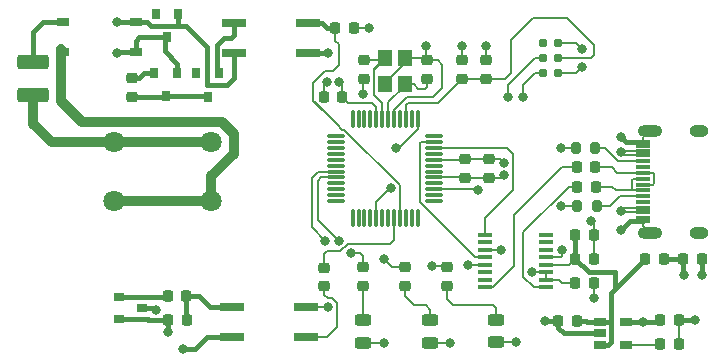
<source format=gtl>
G04 #@! TF.GenerationSoftware,KiCad,Pcbnew,6.0.2+dfsg-1*
G04 #@! TF.CreationDate,2022-10-14T13:44:04+02:00*
G04 #@! TF.ProjectId,DALI_USB,44414c49-5f55-4534-922e-6b696361645f,rev?*
G04 #@! TF.SameCoordinates,Original*
G04 #@! TF.FileFunction,Copper,L1,Top*
G04 #@! TF.FilePolarity,Positive*
%FSLAX46Y46*%
G04 Gerber Fmt 4.6, Leading zero omitted, Abs format (unit mm)*
G04 Created by KiCad (PCBNEW 6.0.2+dfsg-1) date 2022-10-14 13:44:04*
%MOMM*%
%LPD*%
G01*
G04 APERTURE LIST*
G04 Aperture macros list*
%AMRoundRect*
0 Rectangle with rounded corners*
0 $1 Rounding radius*
0 $2 $3 $4 $5 $6 $7 $8 $9 X,Y pos of 4 corners*
0 Add a 4 corners polygon primitive as box body*
4,1,4,$2,$3,$4,$5,$6,$7,$8,$9,$2,$3,0*
0 Add four circle primitives for the rounded corners*
1,1,$1+$1,$2,$3*
1,1,$1+$1,$4,$5*
1,1,$1+$1,$6,$7*
1,1,$1+$1,$8,$9*
0 Add four rect primitives between the rounded corners*
20,1,$1+$1,$2,$3,$4,$5,0*
20,1,$1+$1,$4,$5,$6,$7,0*
20,1,$1+$1,$6,$7,$8,$9,0*
20,1,$1+$1,$8,$9,$2,$3,0*%
G04 Aperture macros list end*
G04 #@! TA.AperFunction,SMDPad,CuDef*
%ADD10RoundRect,0.218750X-0.218750X-0.256250X0.218750X-0.256250X0.218750X0.256250X-0.218750X0.256250X0*%
G04 #@! TD*
G04 #@! TA.AperFunction,SMDPad,CuDef*
%ADD11RoundRect,0.218750X-0.256250X0.218750X-0.256250X-0.218750X0.256250X-0.218750X0.256250X0.218750X0*%
G04 #@! TD*
G04 #@! TA.AperFunction,SMDPad,CuDef*
%ADD12RoundRect,0.218750X0.256250X-0.218750X0.256250X0.218750X-0.256250X0.218750X-0.256250X-0.218750X0*%
G04 #@! TD*
G04 #@! TA.AperFunction,SMDPad,CuDef*
%ADD13RoundRect,0.218750X0.218750X0.256250X-0.218750X0.256250X-0.218750X-0.256250X0.218750X-0.256250X0*%
G04 #@! TD*
G04 #@! TA.AperFunction,SMDPad,CuDef*
%ADD14R,0.800000X0.900000*%
G04 #@! TD*
G04 #@! TA.AperFunction,SMDPad,CuDef*
%ADD15R,1.000000X0.800000*%
G04 #@! TD*
G04 #@! TA.AperFunction,SMDPad,CuDef*
%ADD16R,1.060000X0.650000*%
G04 #@! TD*
G04 #@! TA.AperFunction,SMDPad,CuDef*
%ADD17R,2.000000X0.640000*%
G04 #@! TD*
G04 #@! TA.AperFunction,SMDPad,CuDef*
%ADD18R,1.200000X0.400000*%
G04 #@! TD*
G04 #@! TA.AperFunction,SMDPad,CuDef*
%ADD19RoundRect,0.250000X-1.075000X0.375000X-1.075000X-0.375000X1.075000X-0.375000X1.075000X0.375000X0*%
G04 #@! TD*
G04 #@! TA.AperFunction,ConnectorPad*
%ADD20C,0.787400*%
G04 #@! TD*
G04 #@! TA.AperFunction,ComponentPad*
%ADD21C,1.803400*%
G04 #@! TD*
G04 #@! TA.AperFunction,SMDPad,CuDef*
%ADD22R,0.900000X0.800000*%
G04 #@! TD*
G04 #@! TA.AperFunction,SMDPad,CuDef*
%ADD23R,1.200000X1.400000*%
G04 #@! TD*
G04 #@! TA.AperFunction,SMDPad,CuDef*
%ADD24RoundRect,0.243750X0.456250X-0.243750X0.456250X0.243750X-0.456250X0.243750X-0.456250X-0.243750X0*%
G04 #@! TD*
G04 #@! TA.AperFunction,SMDPad,CuDef*
%ADD25RoundRect,0.075000X-0.075000X0.662500X-0.075000X-0.662500X0.075000X-0.662500X0.075000X0.662500X0*%
G04 #@! TD*
G04 #@! TA.AperFunction,SMDPad,CuDef*
%ADD26RoundRect,0.075000X-0.662500X0.075000X-0.662500X-0.075000X0.662500X-0.075000X0.662500X0.075000X0*%
G04 #@! TD*
G04 #@! TA.AperFunction,SMDPad,CuDef*
%ADD27R,1.150000X0.300000*%
G04 #@! TD*
G04 #@! TA.AperFunction,ComponentPad*
%ADD28O,1.600000X1.000000*%
G04 #@! TD*
G04 #@! TA.AperFunction,ComponentPad*
%ADD29O,2.100000X1.000000*%
G04 #@! TD*
G04 #@! TA.AperFunction,SMDPad,CuDef*
%ADD30RoundRect,0.200000X0.200000X0.275000X-0.200000X0.275000X-0.200000X-0.275000X0.200000X-0.275000X0*%
G04 #@! TD*
G04 #@! TA.AperFunction,SMDPad,CuDef*
%ADD31RoundRect,0.200000X-0.200000X-0.275000X0.200000X-0.275000X0.200000X0.275000X-0.200000X0.275000X0*%
G04 #@! TD*
G04 #@! TA.AperFunction,ViaPad*
%ADD32C,0.800000*%
G04 #@! TD*
G04 #@! TA.AperFunction,Conductor*
%ADD33C,0.406400*%
G04 #@! TD*
G04 #@! TA.AperFunction,Conductor*
%ADD34C,0.203200*%
G04 #@! TD*
G04 #@! TA.AperFunction,Conductor*
%ADD35C,0.812800*%
G04 #@! TD*
G04 APERTURE END LIST*
D10*
X144424400Y-86902193D03*
X145999400Y-86902193D03*
X144424400Y-84870193D03*
X145999400Y-84870193D03*
D11*
X129946400Y-71221400D03*
X129946400Y-72796400D03*
D12*
X124690400Y-64439900D03*
X124690400Y-62864900D03*
D11*
X119356400Y-62864900D03*
X119356400Y-64439900D03*
D13*
X117525900Y-65938400D03*
X115950900Y-65938400D03*
D12*
X129692400Y-64439900D03*
X129692400Y-62864900D03*
D10*
X137261400Y-77622400D03*
X138836400Y-77622400D03*
X137261400Y-79654400D03*
X138836400Y-79654400D03*
X146405400Y-79654400D03*
X147980400Y-79654400D03*
D14*
X101757400Y-58903400D03*
X102707400Y-60903400D03*
X103657400Y-58903400D03*
D15*
X100028400Y-62128400D03*
X100028400Y-59588400D03*
X93878400Y-59588400D03*
X93878400Y-62128400D03*
D10*
X143154400Y-79654400D03*
X144729400Y-79654400D03*
D12*
X119278400Y-81965900D03*
X119278400Y-80390900D03*
X122834400Y-81940400D03*
X122834400Y-80365400D03*
D13*
X118516400Y-60096400D03*
X116941400Y-60096400D03*
D11*
X99720400Y-64363400D03*
X99720400Y-65938400D03*
D10*
X137413900Y-73558400D03*
X138988900Y-73558400D03*
X137388400Y-71907400D03*
X138963400Y-71907400D03*
D16*
X139324244Y-85042355D03*
X139324244Y-85992355D03*
X139324244Y-86942355D03*
X141524244Y-86942355D03*
X141524244Y-85042355D03*
D17*
X108356400Y-59715400D03*
X108356400Y-62255400D03*
X114656400Y-62255400D03*
X114656400Y-59715400D03*
D18*
X129572400Y-77622400D03*
X129572400Y-78257400D03*
X129572400Y-78892400D03*
X129572400Y-79527400D03*
X129572400Y-80162400D03*
X129572400Y-80797400D03*
X129572400Y-81432400D03*
X129572400Y-82067400D03*
X134772400Y-82067400D03*
X134772400Y-81432400D03*
X134772400Y-80797400D03*
X134772400Y-80162400D03*
X134772400Y-79527400D03*
X134772400Y-78892400D03*
X134772400Y-78257400D03*
X134772400Y-77622400D03*
D19*
X91338400Y-63017400D03*
X91338400Y-65817400D03*
D14*
X103530400Y-63906400D03*
X101630400Y-63906400D03*
X102580400Y-65906400D03*
D20*
X135788400Y-63906400D03*
X134518400Y-63906400D03*
X135788400Y-62636400D03*
X134518400Y-62636400D03*
X135788400Y-61366400D03*
X134518400Y-61366400D03*
D12*
X126390400Y-81940400D03*
X126390400Y-80365400D03*
D11*
X127660400Y-62864900D03*
X127660400Y-64439900D03*
D10*
X137261400Y-81686400D03*
X138836400Y-81686400D03*
D13*
X137376244Y-84976355D03*
X135801244Y-84976355D03*
D11*
X127914400Y-71221400D03*
X127914400Y-72796400D03*
D14*
X105181400Y-63938400D03*
X106131400Y-65938400D03*
X107081400Y-63938400D03*
D12*
X115976400Y-81991400D03*
X115976400Y-80416400D03*
D17*
X114452400Y-86258400D03*
X114452400Y-83718400D03*
X108152400Y-83718400D03*
X108152400Y-86258400D03*
D21*
X106421600Y-69804403D03*
X98221601Y-69804403D03*
X106421600Y-74804403D03*
X98221601Y-74804403D03*
D22*
X98593400Y-82895400D03*
X98593400Y-84795400D03*
X100593400Y-83845400D03*
D13*
X104343400Y-84861400D03*
X102768400Y-84861400D03*
D10*
X102742900Y-82829400D03*
X104317900Y-82829400D03*
D23*
X122834400Y-64896900D03*
X122834400Y-62696900D03*
X121134400Y-62696900D03*
X121134400Y-64896900D03*
D24*
X124993400Y-86766400D03*
X124993400Y-84891400D03*
X119278400Y-86766400D03*
X119278400Y-84891400D03*
D25*
X123904900Y-67867900D03*
X123404900Y-67867900D03*
X122904900Y-67867900D03*
X122404900Y-67867900D03*
X121904900Y-67867900D03*
X121404900Y-67867900D03*
X120904900Y-67867900D03*
X120404900Y-67867900D03*
X119904900Y-67867900D03*
X119404900Y-67867900D03*
X118904900Y-67867900D03*
X118404900Y-67867900D03*
D26*
X116992400Y-69280400D03*
X116992400Y-69780400D03*
X116992400Y-70280400D03*
X116992400Y-70780400D03*
X116992400Y-71280400D03*
X116992400Y-71780400D03*
X116992400Y-72280400D03*
X116992400Y-72780400D03*
X116992400Y-73280400D03*
X116992400Y-73780400D03*
X116992400Y-74280400D03*
X116992400Y-74780400D03*
D25*
X118404900Y-76192900D03*
X118904900Y-76192900D03*
X119404900Y-76192900D03*
X119904900Y-76192900D03*
X120404900Y-76192900D03*
X120904900Y-76192900D03*
X121404900Y-76192900D03*
X121904900Y-76192900D03*
X122404900Y-76192900D03*
X122904900Y-76192900D03*
X123404900Y-76192900D03*
X123904900Y-76192900D03*
D26*
X125317400Y-74780400D03*
X125317400Y-74280400D03*
X125317400Y-73780400D03*
X125317400Y-73280400D03*
X125317400Y-72780400D03*
X125317400Y-72280400D03*
X125317400Y-71780400D03*
X125317400Y-71280400D03*
X125317400Y-70780400D03*
X125317400Y-70280400D03*
X125317400Y-69780400D03*
X125317400Y-69280400D03*
D27*
X142995400Y-76480400D03*
X142995400Y-75680400D03*
X142995400Y-74380400D03*
X142995400Y-73380400D03*
X142995400Y-72880400D03*
X142995400Y-71880400D03*
X142995400Y-70580400D03*
X142995400Y-69780400D03*
X142995400Y-70080400D03*
X142995400Y-70880400D03*
X142995400Y-71380400D03*
X142995400Y-72380400D03*
X142995400Y-73880400D03*
X142995400Y-74880400D03*
X142995400Y-75380400D03*
X142995400Y-76180400D03*
D28*
X147740400Y-77450400D03*
X147740400Y-68810400D03*
D29*
X143560400Y-68810400D03*
X143560400Y-77450400D03*
D24*
X130581400Y-86736400D03*
X130581400Y-84861400D03*
D30*
X139090400Y-75209400D03*
X137440400Y-75209400D03*
D31*
X137313400Y-70256400D03*
X138963400Y-70256400D03*
D32*
X134709244Y-84976355D03*
X138582400Y-76479400D03*
X147980400Y-81051400D03*
X116357400Y-62255400D03*
X136169400Y-78892400D03*
X121056400Y-86766400D03*
X131216400Y-72542400D03*
X116230400Y-64668400D03*
X119278400Y-65684400D03*
X141122400Y-77241400D03*
X136042400Y-70256400D03*
X137820400Y-61874400D03*
X136042400Y-75209400D03*
X126644400Y-86766400D03*
X132232400Y-86715600D03*
X138836400Y-82956400D03*
X124612400Y-61620400D03*
X129692400Y-61620400D03*
X128168400Y-80162400D03*
X116357400Y-83718400D03*
X147370900Y-84870193D03*
X141122400Y-69367400D03*
X131216400Y-71526400D03*
X127660400Y-61620400D03*
X117246400Y-64668400D03*
X119786400Y-60096400D03*
X137820400Y-63398400D03*
X143027400Y-84988400D03*
X141122400Y-75590400D03*
X146456400Y-81051400D03*
X141122400Y-70637400D03*
X133629400Y-80797400D03*
X130962400Y-78892400D03*
X98450400Y-59588400D03*
X102768400Y-85877400D03*
X98450400Y-62255400D03*
X104038400Y-87274400D03*
X101752400Y-83972400D03*
X131597400Y-65938400D03*
X121626054Y-73636146D03*
X129057400Y-73812400D03*
X132867400Y-65938400D03*
X117246400Y-78130400D03*
X118262400Y-79146400D03*
X121056400Y-79654400D03*
X122072400Y-70256400D03*
X125120400Y-80289400D03*
X116103400Y-78130400D03*
D33*
X140207465Y-85042355D02*
X140256955Y-85091845D01*
D34*
X134772400Y-80162400D02*
X136753400Y-80162400D01*
D33*
X138189355Y-84976355D02*
X138255355Y-85042355D01*
X140256955Y-85091845D02*
X140256955Y-86720066D01*
X140034666Y-86942355D02*
X139324244Y-86942355D01*
X137376244Y-84976355D02*
X138189355Y-84976355D01*
X137261400Y-77622400D02*
X137261400Y-79654400D01*
X140256955Y-82551845D02*
X143154400Y-79654400D01*
X140256955Y-82551845D02*
X140256955Y-85091845D01*
X138255355Y-85042355D02*
X139324244Y-85042355D01*
X137261400Y-79654400D02*
X138404400Y-80797400D01*
D34*
X136753400Y-80162400D02*
X137261400Y-79654400D01*
D33*
X139324244Y-85042355D02*
X140207465Y-85042355D01*
X138404400Y-80797400D02*
X140614400Y-80797400D01*
X140614400Y-80797400D02*
X140614400Y-82194400D01*
X140256955Y-86720066D02*
X140034666Y-86942355D01*
D34*
X121134400Y-64796900D02*
X122834400Y-63096900D01*
X138836400Y-81686400D02*
X138836400Y-82956400D01*
X126009400Y-63271400D02*
X125602900Y-62864900D01*
X135788400Y-61366400D02*
X137312400Y-61366400D01*
X119278400Y-65684400D02*
X119278400Y-64517900D01*
X125602900Y-62864900D02*
X124690400Y-62864900D01*
D33*
X135801244Y-84976355D02*
X134709244Y-84976355D01*
D34*
X116230400Y-64668400D02*
X115950900Y-64947900D01*
X121904900Y-67867900D02*
X121904900Y-67060368D01*
X115950900Y-64947900D02*
X115950900Y-65938400D01*
X129946400Y-72796400D02*
X130962400Y-72796400D01*
D33*
X142995400Y-76480400D02*
X141883400Y-76480400D01*
X145999400Y-84870193D02*
X147370900Y-84870193D01*
D34*
X136042400Y-79527400D02*
X136169400Y-79400400D01*
X128168400Y-80162400D02*
X129572400Y-80162400D01*
X129692400Y-61620400D02*
X129692400Y-62864900D01*
X121904900Y-67060368D02*
X123026868Y-65938400D01*
X134772400Y-79527400D02*
X136042400Y-79527400D01*
X126009400Y-65176400D02*
X126009400Y-63271400D01*
D33*
X147980400Y-79654400D02*
X147980400Y-81051400D01*
X141883400Y-76480400D02*
X141122400Y-77241400D01*
D34*
X130962400Y-72796400D02*
X131216400Y-72542400D01*
X125247400Y-65938400D02*
X126009400Y-65176400D01*
X125317400Y-72780400D02*
X127898400Y-72780400D01*
D33*
X135801244Y-85509244D02*
X135801244Y-84976355D01*
D34*
X121134400Y-64896900D02*
X121134400Y-64796900D01*
X114452400Y-83718400D02*
X116357400Y-83718400D01*
D33*
X141535400Y-69780400D02*
X141122400Y-69367400D01*
D34*
X124612400Y-61620400D02*
X124612400Y-62786900D01*
X124993400Y-86766400D02*
X126644400Y-86766400D01*
X122834400Y-62696900D02*
X124522400Y-62696900D01*
X136169400Y-79400400D02*
X136169400Y-78892400D01*
X137312400Y-61366400D02*
X137820400Y-61874400D01*
X138836400Y-79654400D02*
X138836400Y-77622400D01*
X119278400Y-64517900D02*
X119356400Y-64439900D01*
X132211600Y-86736400D02*
X132232400Y-86715600D01*
X137313400Y-70256400D02*
X136042400Y-70256400D01*
D33*
X136284355Y-85992355D02*
X135801244Y-85509244D01*
D34*
X137440400Y-75209400D02*
X136042400Y-75209400D01*
X138836400Y-77622400D02*
X138836400Y-76733400D01*
X142995400Y-69375400D02*
X143560400Y-68810400D01*
X124522400Y-62696900D02*
X124690400Y-62864900D01*
X130581400Y-86736400D02*
X132211600Y-86736400D01*
X121056400Y-86766400D02*
X119278400Y-86766400D01*
X123026868Y-65938400D02*
X125247400Y-65938400D01*
X145999400Y-84870193D02*
X145999400Y-86902193D01*
X142995400Y-76885400D02*
X143560400Y-77450400D01*
X138836400Y-76733400D02*
X138582400Y-76479400D01*
X142995400Y-76480400D02*
X142995400Y-76885400D01*
X127898400Y-72780400D02*
X127914400Y-72796400D01*
X127914400Y-72796400D02*
X129946400Y-72796400D01*
D33*
X114656400Y-62255400D02*
X116357400Y-62255400D01*
D34*
X122834400Y-63096900D02*
X122834400Y-62696900D01*
D33*
X139324244Y-85992355D02*
X136284355Y-85992355D01*
X142995400Y-69780400D02*
X141535400Y-69780400D01*
D34*
X142995400Y-69780400D02*
X142995400Y-69375400D01*
D33*
X142973445Y-85042355D02*
X143027400Y-84988400D01*
D34*
X125317400Y-71280400D02*
X127855400Y-71280400D01*
X127660400Y-61620400D02*
X127660400Y-62864900D01*
X120404900Y-66810900D02*
X120040400Y-66446400D01*
X117525900Y-64947900D02*
X117525900Y-65938400D01*
D33*
X144306193Y-84988400D02*
X144424400Y-84870193D01*
D34*
X120404900Y-67867900D02*
X120404900Y-66810900D01*
X118516400Y-60096400D02*
X119786400Y-60096400D01*
D33*
X143027400Y-84988400D02*
X144306193Y-84988400D01*
D34*
X118033900Y-66446400D02*
X117525900Y-65938400D01*
X120040400Y-66446400D02*
X118033900Y-66446400D01*
X130911400Y-71221400D02*
X131216400Y-71526400D01*
X129946400Y-71221400D02*
X130911400Y-71221400D01*
X127914400Y-71221400D02*
X129946400Y-71221400D01*
X117246400Y-64668400D02*
X117525900Y-64947900D01*
X135788400Y-63906400D02*
X137312400Y-63906400D01*
X127855400Y-71280400D02*
X127914400Y-71221400D01*
D33*
X141524244Y-85042355D02*
X142973445Y-85042355D01*
D34*
X137312400Y-63906400D02*
X137820400Y-63398400D01*
X122904900Y-67867900D02*
X122904900Y-66629900D01*
X131851400Y-63906400D02*
X131317900Y-64439900D01*
X127660400Y-64439900D02*
X129692400Y-64439900D01*
X138836400Y-61566379D02*
X136520000Y-59249979D01*
X138582400Y-62636400D02*
X138836400Y-62382400D01*
X131317900Y-64439900D02*
X129692400Y-64439900D01*
X123088400Y-66446400D02*
X125653900Y-66446400D01*
X138836400Y-62382400D02*
X138836400Y-61566379D01*
X125653900Y-66446400D02*
X127660400Y-64439900D01*
X131851400Y-61112400D02*
X131851400Y-63906400D01*
X135788400Y-62636400D02*
X138582400Y-62636400D01*
X133713821Y-59249979D02*
X131851400Y-61112400D01*
X122904900Y-66629900D02*
X123088400Y-66446400D01*
X136520000Y-59249979D02*
X133713821Y-59249979D01*
X142995400Y-75680400D02*
X143331521Y-75344279D01*
X142995400Y-70880400D02*
X141365400Y-70880400D01*
X142995400Y-70580400D02*
X141179400Y-70580400D01*
D33*
X146405400Y-81000400D02*
X146456400Y-81051400D01*
D34*
X142995400Y-75380400D02*
X141332400Y-75380400D01*
X141212400Y-75680400D02*
X141122400Y-75590400D01*
D33*
X146405400Y-79654400D02*
X146405400Y-81000400D01*
X146405400Y-79654400D02*
X144729400Y-79654400D01*
D34*
X142995400Y-70580400D02*
X143331521Y-70916521D01*
X141332400Y-75380400D02*
X141122400Y-75590400D01*
X141179400Y-70580400D02*
X141122400Y-70637400D01*
X141365400Y-70880400D02*
X141122400Y-70637400D01*
X142995400Y-75680400D02*
X141212400Y-75680400D01*
X129572400Y-78892400D02*
X130962400Y-78892400D01*
X135915400Y-81432400D02*
X136169400Y-81686400D01*
X134772400Y-81432400D02*
X135915400Y-81432400D01*
X133629400Y-80797400D02*
X134772400Y-80797400D01*
X134772400Y-81432400D02*
X134772400Y-80797400D01*
X136169400Y-81686400D02*
X137261400Y-81686400D01*
X119278400Y-81965900D02*
X119278400Y-84891400D01*
D33*
X101371400Y-59969400D02*
X103657400Y-59969400D01*
X100028400Y-59588400D02*
X100990400Y-59588400D01*
X106070400Y-61747400D02*
X106070400Y-64922400D01*
X101051400Y-84795400D02*
X101117400Y-84861400D01*
X102768400Y-84861400D02*
X102768400Y-85877400D01*
X108356400Y-64318822D02*
X108356400Y-62255400D01*
X101117400Y-84861400D02*
X102768400Y-84861400D01*
X98593400Y-84795400D02*
X101051400Y-84795400D01*
X100990400Y-59588400D02*
X101371400Y-59969400D01*
X103657400Y-59969400D02*
X104292400Y-59969400D01*
X107752822Y-64922400D02*
X108356400Y-64318822D01*
X103657400Y-59969400D02*
X103657400Y-58903400D01*
X104292400Y-59969400D02*
X106070400Y-61747400D01*
X100028400Y-59588400D02*
X98450400Y-59588400D01*
X106070400Y-64922400D02*
X107752822Y-64922400D01*
X101625400Y-83845400D02*
X101752400Y-83972400D01*
X100028400Y-62128400D02*
X100028400Y-61185400D01*
X100028400Y-61185400D02*
X100310400Y-60903400D01*
X100028400Y-62128400D02*
X98577400Y-62128400D01*
X105054400Y-87274400D02*
X106070400Y-86258400D01*
X106070400Y-86258400D02*
X108152400Y-86258400D01*
X102498400Y-60903400D02*
X102498400Y-62112400D01*
X103530400Y-63144400D02*
X103530400Y-63906400D01*
X100310400Y-60903400D02*
X102498400Y-60903400D01*
X98577400Y-62128400D02*
X98450400Y-62255400D01*
X104038400Y-87274400D02*
X105054400Y-87274400D01*
X102498400Y-62112400D02*
X103530400Y-63144400D01*
X100593400Y-83845400D02*
X101625400Y-83845400D01*
D35*
X92918403Y-69804403D02*
X91338400Y-68224400D01*
X106421600Y-69804403D02*
X98221601Y-69804403D01*
X91338400Y-68224400D02*
X91338400Y-65817400D01*
X98221601Y-69804403D02*
X92918403Y-69804403D01*
D34*
X123596400Y-83591400D02*
X122834400Y-82829400D01*
X124612400Y-83591400D02*
X123596400Y-83591400D01*
X122834400Y-82829400D02*
X122834400Y-81940400D01*
X124993400Y-83972400D02*
X124612400Y-83591400D01*
X124993400Y-84891400D02*
X124993400Y-83972400D01*
X121437400Y-73812400D02*
X121613654Y-73636146D01*
X131597400Y-64922400D02*
X131597400Y-65938400D01*
X133883400Y-62636400D02*
X131597400Y-64922400D01*
X121613654Y-73636146D02*
X121626054Y-73636146D01*
X134518400Y-62636400D02*
X133883400Y-62636400D01*
X120404900Y-76192900D02*
X120404900Y-74844900D01*
X120404900Y-74844900D02*
X121437400Y-73812400D01*
X134518400Y-63906400D02*
X133883400Y-63906400D01*
X128771400Y-73780400D02*
X128930400Y-73939400D01*
X128930400Y-73939400D02*
X129057400Y-73812400D01*
X125317400Y-73780400D02*
X128771400Y-73780400D01*
X132867400Y-64922400D02*
X132867400Y-65938400D01*
X133883400Y-63906400D02*
X132867400Y-64922400D01*
D33*
X98593400Y-82895400D02*
X102676900Y-82895400D01*
X102676900Y-82895400D02*
X102742900Y-82829400D01*
X100736400Y-63906400D02*
X101630400Y-63906400D01*
X100279400Y-64363400D02*
X100736400Y-63906400D01*
X99720400Y-64363400D02*
X100279400Y-64363400D01*
D34*
X123952000Y-65278000D02*
X123570900Y-64896900D01*
X123570900Y-64896900D02*
X122834400Y-64896900D01*
X122834400Y-64996900D02*
X121404900Y-66426400D01*
X121404900Y-66426400D02*
X121404900Y-67867900D01*
X124510800Y-65278000D02*
X123952000Y-65278000D01*
X124690400Y-64439900D02*
X124690400Y-65098400D01*
X124690400Y-65098400D02*
X124510800Y-65278000D01*
X122834400Y-64896900D02*
X122834400Y-64996900D01*
X121134400Y-62812400D02*
X121134400Y-62696900D01*
X119356400Y-62864900D02*
X120966400Y-62864900D01*
X120233289Y-63713511D02*
X121134400Y-62812400D01*
X120233289Y-63598011D02*
X121134400Y-62696900D01*
X120233289Y-65836900D02*
X120233289Y-63713511D01*
X120904900Y-66508511D02*
X120233289Y-65836900D01*
X120904900Y-67867900D02*
X120904900Y-66508511D01*
X117348922Y-79019400D02*
X116230400Y-79019400D01*
X116230400Y-79019400D02*
X115976400Y-79273400D01*
X121904900Y-78043900D02*
X121564400Y-78384400D01*
X121564400Y-78384400D02*
X117983922Y-78384400D01*
X121904900Y-76192900D02*
X121904900Y-78043900D01*
X115976400Y-79273400D02*
X115976400Y-80416400D01*
X117983922Y-78384400D02*
X117348922Y-79019400D01*
X117246400Y-63271400D02*
X116738400Y-63779400D01*
X115087400Y-66285108D02*
X117073046Y-68270754D01*
X116941400Y-61188400D02*
X117246400Y-61493400D01*
X115212280Y-66409987D02*
X117073046Y-68270754D01*
X122404900Y-73423486D02*
X122404900Y-76192900D01*
X117073046Y-68270754D02*
X117534693Y-68732400D01*
D33*
X115849400Y-59715400D02*
X116230400Y-60096400D01*
D34*
X117246400Y-61493400D02*
X117246400Y-63271400D01*
X116738400Y-63779400D02*
X116103400Y-63779400D01*
X116941400Y-60096400D02*
X116941400Y-61188400D01*
D33*
X114656400Y-59715400D02*
X115849400Y-59715400D01*
X116230400Y-60096400D02*
X116941400Y-60096400D01*
D34*
X115087400Y-64795400D02*
X115087400Y-66285108D01*
X116103400Y-63779400D02*
X115087400Y-64795400D01*
X117713814Y-68732400D02*
X122404900Y-73423486D01*
X117534693Y-68732400D02*
X117713814Y-68732400D01*
X126898400Y-83591400D02*
X130327400Y-83591400D01*
X130327400Y-83591400D02*
X130581400Y-83845400D01*
X126390400Y-81940400D02*
X126390400Y-83083400D01*
X130581400Y-83845400D02*
X130581400Y-84861400D01*
X126390400Y-83083400D02*
X126898400Y-83591400D01*
X131494400Y-70280400D02*
X131978400Y-70764400D01*
X125317400Y-70280400D02*
X131494400Y-70280400D01*
X129572400Y-76218400D02*
X129572400Y-77622400D01*
X131978400Y-70764400D02*
X131978400Y-73812400D01*
X131978400Y-73812400D02*
X129572400Y-76218400D01*
X128794986Y-79527400D02*
X129572400Y-79527400D01*
X124104400Y-69875400D02*
X124104400Y-74836814D01*
X124104400Y-74836814D02*
X128794986Y-79527400D01*
X124199400Y-69780400D02*
X124104400Y-69875400D01*
X125317400Y-69780400D02*
X124199400Y-69780400D01*
X141062400Y-74380400D02*
X142995400Y-74380400D01*
X140233400Y-75209400D02*
X141062400Y-74380400D01*
X139090400Y-75209400D02*
X140233400Y-75209400D01*
X142995400Y-72380400D02*
X143822622Y-72380400D01*
X141001600Y-72390000D02*
X141011200Y-72380400D01*
X142995400Y-72380400D02*
X141011200Y-72380400D01*
X143916400Y-73286622D02*
X143822622Y-73380400D01*
X143916400Y-72474178D02*
X143916400Y-73286622D01*
X138963400Y-71907400D02*
X140354200Y-71907400D01*
X140827200Y-72380400D02*
X141011200Y-72380400D01*
X140354200Y-71907400D02*
X140827200Y-72380400D01*
X143822622Y-72380400D02*
X143916400Y-72474178D01*
X143822622Y-73380400D02*
X142995400Y-73380400D01*
X142079400Y-73880400D02*
X140682400Y-73880400D01*
X142168178Y-72880400D02*
X142079400Y-72969178D01*
X140682400Y-73880400D02*
X140360400Y-73558400D01*
X142079400Y-73880400D02*
X142995400Y-73880400D01*
X142079400Y-72969178D02*
X142079400Y-73880400D01*
X140360400Y-73558400D02*
X138988900Y-73558400D01*
X142995400Y-72880400D02*
X142168178Y-72880400D01*
X116992400Y-72780400D02*
X115738400Y-72780400D01*
X115738400Y-72780400D02*
X115468400Y-73050400D01*
X119024400Y-79146400D02*
X119278400Y-79400400D01*
X118262400Y-79146400D02*
X119024400Y-79146400D01*
X115468400Y-73050400D02*
X115468400Y-76352400D01*
X115468400Y-76352400D02*
X117246400Y-78130400D01*
X119278400Y-79400400D02*
X119278400Y-80390900D01*
X123904900Y-67867900D02*
X123904900Y-68677900D01*
X122326400Y-70256400D02*
X122072400Y-70256400D01*
X121767400Y-80365400D02*
X122834400Y-80365400D01*
X123904900Y-68677900D02*
X122326400Y-70256400D01*
X121056400Y-79654400D02*
X121767400Y-80365400D01*
X116992400Y-72280400D02*
X115476400Y-72280400D01*
X114960400Y-76987400D02*
X116103400Y-78130400D01*
X114960400Y-72796400D02*
X114960400Y-76987400D01*
X126314400Y-80289400D02*
X126390400Y-80365400D01*
X125120400Y-80289400D02*
X126314400Y-80289400D01*
X115476400Y-72280400D02*
X114960400Y-72796400D01*
X142995400Y-71380400D02*
X140873878Y-71380400D01*
X140873878Y-71380400D02*
X139749878Y-70256400D01*
X139749878Y-70256400D02*
X138963400Y-70256400D01*
X144384238Y-86942355D02*
X144424400Y-86902193D01*
X141524244Y-86942355D02*
X144384238Y-86942355D01*
D33*
X102548400Y-65938400D02*
X102580400Y-65906400D01*
X102580400Y-65906400D02*
X106099400Y-65906400D01*
X106099400Y-65906400D02*
X106131400Y-65938400D01*
X99720400Y-65938400D02*
X102548400Y-65938400D01*
X108356400Y-60731400D02*
X108356400Y-59715400D01*
X107081400Y-63938400D02*
X106953689Y-63810689D01*
X107500978Y-60985400D02*
X108102400Y-60985400D01*
X108102400Y-60985400D02*
X108356400Y-60731400D01*
X106953689Y-61532689D02*
X107500978Y-60985400D01*
X106953689Y-63810689D02*
X106953689Y-61532689D01*
D35*
X107340400Y-68097400D02*
X108356400Y-69113400D01*
X108356400Y-70764400D02*
X106421600Y-72699200D01*
X93724400Y-66292400D02*
X95529400Y-68097400D01*
X106421600Y-72699200D02*
X106421600Y-74804403D01*
X95529400Y-68097400D02*
X107340400Y-68097400D01*
X106421600Y-74804403D02*
X98221601Y-74804403D01*
X93724400Y-61874400D02*
X93724400Y-66292400D01*
X108356400Y-69113400D02*
X108356400Y-70764400D01*
D33*
X92227400Y-59588400D02*
X91338400Y-60477400D01*
X91338400Y-60477400D02*
X91338400Y-63017400D01*
X93878400Y-59588400D02*
X92227400Y-59588400D01*
D34*
X116291289Y-83017289D02*
X115976400Y-82702400D01*
X116647811Y-83017289D02*
X116291289Y-83017289D01*
X117058511Y-83427989D02*
X116647811Y-83017289D01*
X117058511Y-85430289D02*
X117058511Y-83427989D01*
X114452400Y-86258400D02*
X116230400Y-86258400D01*
X115976400Y-82702400D02*
X115976400Y-81991400D01*
X116230400Y-86258400D02*
X117058511Y-85430289D01*
D33*
X106324400Y-83718400D02*
X108152400Y-83718400D01*
X104317900Y-82829400D02*
X105435400Y-82829400D01*
X105435400Y-82829400D02*
X106324400Y-83718400D01*
X104317900Y-82829400D02*
X104317900Y-84962900D01*
D34*
X132867400Y-77392878D02*
X136701878Y-73558400D01*
X136701878Y-73558400D02*
X137413900Y-73558400D01*
X133756400Y-82067400D02*
X132867400Y-81178400D01*
X134772400Y-82067400D02*
X133756400Y-82067400D01*
X132867400Y-81178400D02*
X132867400Y-77392878D01*
X130327400Y-82067400D02*
X132105400Y-80289400D01*
X132105400Y-75971400D02*
X136169400Y-71907400D01*
X129572400Y-82067400D02*
X130327400Y-82067400D01*
X132105400Y-80289400D02*
X132105400Y-75971400D01*
X136169400Y-71907400D02*
X137388400Y-71907400D01*
M02*

</source>
